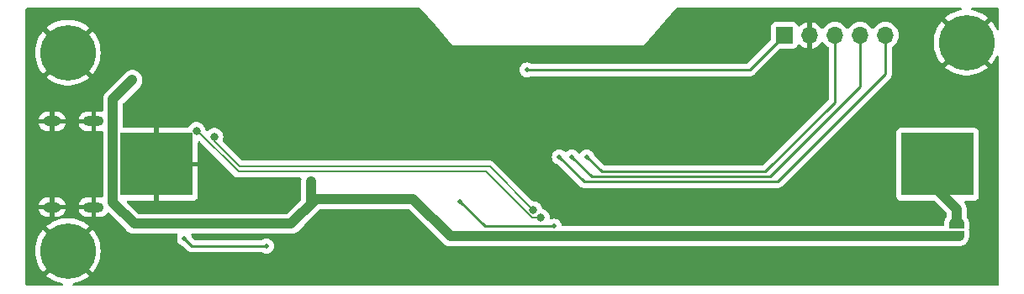
<source format=gbr>
%TF.GenerationSoftware,KiCad,Pcbnew,8.0.8*%
%TF.CreationDate,2025-04-24T21:45:02+02:00*%
%TF.ProjectId,LD2420_Radar_ESP32,4c443234-3230-45f5-9261-6461725f4553,rev?*%
%TF.SameCoordinates,Original*%
%TF.FileFunction,Copper,L2,Bot*%
%TF.FilePolarity,Positive*%
%FSLAX46Y46*%
G04 Gerber Fmt 4.6, Leading zero omitted, Abs format (unit mm)*
G04 Created by KiCad (PCBNEW 8.0.8) date 2025-04-24 21:45:02*
%MOMM*%
%LPD*%
G01*
G04 APERTURE LIST*
G04 Aperture macros list*
%AMFreePoly0*
4,1,19,0.500000,-0.750000,0.000000,-0.750000,0.000000,-0.744911,-0.071157,-0.744911,-0.207708,-0.704816,-0.327430,-0.627875,-0.420627,-0.520320,-0.479746,-0.390866,-0.500000,-0.250000,-0.500000,0.250000,-0.479746,0.390866,-0.420627,0.520320,-0.327430,0.627875,-0.207708,0.704816,-0.071157,0.744911,0.000000,0.744911,0.000000,0.750000,0.500000,0.750000,0.500000,-0.750000,0.500000,-0.750000,
$1*%
%AMFreePoly1*
4,1,19,0.000000,0.744911,0.071157,0.744911,0.207708,0.704816,0.327430,0.627875,0.420627,0.520320,0.479746,0.390866,0.500000,0.250000,0.500000,-0.250000,0.479746,-0.390866,0.420627,-0.520320,0.327430,-0.627875,0.207708,-0.704816,0.071157,-0.744911,0.000000,-0.744911,0.000000,-0.750000,-0.500000,-0.750000,-0.500000,0.750000,0.000000,0.750000,0.000000,0.744911,0.000000,0.744911,
$1*%
G04 Aperture macros list end*
%TA.AperFunction,ComponentPad*%
%ADD10C,3.600000*%
%TD*%
%TA.AperFunction,ConnectorPad*%
%ADD11C,5.600000*%
%TD*%
%TA.AperFunction,HeatsinkPad*%
%ADD12O,2.100000X1.000000*%
%TD*%
%TA.AperFunction,HeatsinkPad*%
%ADD13O,1.800000X1.000000*%
%TD*%
%TA.AperFunction,ComponentPad*%
%ADD14R,1.700000X1.700000*%
%TD*%
%TA.AperFunction,ComponentPad*%
%ADD15O,1.700000X1.700000*%
%TD*%
%TA.AperFunction,SMDPad,CuDef*%
%ADD16R,7.340000X6.350000*%
%TD*%
%TA.AperFunction,SMDPad,CuDef*%
%ADD17FreePoly0,90.000000*%
%TD*%
%TA.AperFunction,SMDPad,CuDef*%
%ADD18FreePoly1,90.000000*%
%TD*%
%TA.AperFunction,ViaPad*%
%ADD19C,0.800000*%
%TD*%
%TA.AperFunction,ViaPad*%
%ADD20C,0.500000*%
%TD*%
%TA.AperFunction,ViaPad*%
%ADD21C,0.450000*%
%TD*%
%TA.AperFunction,ViaPad*%
%ADD22C,0.600000*%
%TD*%
%TA.AperFunction,ViaPad*%
%ADD23C,0.350000*%
%TD*%
%TA.AperFunction,ViaPad*%
%ADD24C,0.750000*%
%TD*%
%TA.AperFunction,Conductor*%
%ADD25C,0.250000*%
%TD*%
%TA.AperFunction,Conductor*%
%ADD26C,1.000000*%
%TD*%
%TA.AperFunction,Conductor*%
%ADD27C,0.200000*%
%TD*%
%ADD28C,0.350000*%
%ADD29C,0.300000*%
%ADD30C,0.200000*%
%ADD31O,1.700000X0.600000*%
%ADD32O,1.400000X0.600000*%
G04 APERTURE END LIST*
D10*
%TO.P,H2,1,1*%
%TO.N,GND*%
X222000000Y-101750000D03*
D11*
X222000000Y-101750000D03*
%TD*%
D10*
%TO.P,H1,1,1*%
%TO.N,GND*%
X131500000Y-102750000D03*
D11*
X131500000Y-102750000D03*
%TD*%
D12*
%TO.P,USB_C1,S1,SHIELD*%
%TO.N,GND*%
X134105000Y-109680000D03*
D13*
X129925000Y-109680000D03*
D12*
X134105000Y-118320000D03*
D13*
X129925000Y-118320000D03*
%TD*%
D10*
%TO.P,H3,1,1*%
%TO.N,GND*%
X131500000Y-122750000D03*
D11*
X131500000Y-122750000D03*
%TD*%
D14*
%TO.P,LD2420,1,Pin_1*%
%TO.N,+3.3V*%
X203675000Y-101000000D03*
D15*
%TO.P,LD2420,2,Pin_2*%
%TO.N,GND*%
X206215000Y-101000000D03*
%TO.P,LD2420,3,Pin_3*%
%TO.N,LD2420_TX*%
X208755000Y-101000000D03*
%TO.P,LD2420,4,Pin_4*%
%TO.N,LD2420_RX*%
X211295000Y-101000000D03*
%TO.P,LD2420,5,Pin_5*%
%TO.N,LD2420_DETECTION_PIN*%
X213835000Y-101000000D03*
%TD*%
D16*
%TO.P,BT1,1,+*%
%TO.N,Net-(BT1-+)*%
X219080000Y-114000000D03*
%TO.P,BT1,2,-*%
%TO.N,GND*%
X140420000Y-114000000D03*
%TD*%
D17*
%TO.P,JP1,1,A*%
%TO.N,VBATT*%
X221000000Y-121250000D03*
D18*
%TO.P,JP1,2,B*%
%TO.N,Net-(BT1-+)*%
X221000000Y-119950000D03*
%TD*%
D19*
%TO.N,GND*%
X168650000Y-104500000D03*
D20*
%TO.N,+3.3V*%
X177750000Y-104500000D03*
D21*
%TO.N,GND*%
X197250000Y-112250000D03*
X222250000Y-107250000D03*
D20*
X147275000Y-117135000D03*
D21*
X192250000Y-117250000D03*
X172250000Y-123250000D03*
X175250000Y-111250000D03*
X164250000Y-106250000D03*
X139250000Y-122250000D03*
X155250000Y-123250000D03*
X136250000Y-122250000D03*
X184250000Y-111250000D03*
X170250000Y-111250000D03*
X158250000Y-101250000D03*
X208250000Y-116250000D03*
X184250000Y-106250000D03*
X216250000Y-123250000D03*
X156250000Y-110250000D03*
X160250000Y-122250000D03*
X207250000Y-123250000D03*
X211250000Y-116250000D03*
D19*
X149075000Y-108750000D03*
D21*
X160250000Y-107250000D03*
X192250000Y-113250000D03*
X132250000Y-114250000D03*
X211250000Y-117250000D03*
X156250000Y-102250000D03*
X220250000Y-123250000D03*
X221250000Y-109250000D03*
X148250000Y-101250000D03*
X211250000Y-113250000D03*
X215250000Y-119250000D03*
D19*
X149750000Y-116500000D03*
D22*
X158120000Y-120675000D03*
D21*
X184250000Y-108250000D03*
X200250000Y-110250000D03*
X209250000Y-115250000D03*
X176250000Y-112250000D03*
X168250000Y-123250000D03*
X162250000Y-111250000D03*
X200250000Y-106250000D03*
X157250000Y-110250000D03*
X146787500Y-105500000D03*
X208250000Y-114250000D03*
X152250000Y-101250000D03*
X212250000Y-110250000D03*
X191250000Y-118250000D03*
X208250000Y-117250000D03*
D23*
X139500000Y-113500000D03*
D21*
X213250000Y-112250000D03*
X210250000Y-115250000D03*
X218250000Y-106250000D03*
X161250000Y-123250000D03*
X221250000Y-107250000D03*
X160250000Y-108250000D03*
X130250000Y-115250000D03*
X222250000Y-108250000D03*
X161250000Y-111250000D03*
X157250000Y-102250000D03*
X211250000Y-123250000D03*
X210250000Y-118250000D03*
X199250000Y-111250000D03*
D23*
X138750000Y-113500000D03*
D21*
X193250000Y-101250000D03*
X160250000Y-110250000D03*
X166250000Y-123250000D03*
X222250000Y-109250000D03*
X162250000Y-105250000D03*
X154250000Y-110250000D03*
X163250000Y-105250000D03*
X213250000Y-113250000D03*
X213250000Y-116250000D03*
X131250000Y-112250000D03*
X155250000Y-101250000D03*
X155250000Y-122250000D03*
X137250000Y-122250000D03*
X179250000Y-106250000D03*
X140250000Y-104250000D03*
X176250000Y-109250000D03*
X211250000Y-111250000D03*
X219250000Y-123250000D03*
X138250000Y-123250000D03*
X167250000Y-123250000D03*
X131250000Y-107250000D03*
X201250000Y-107250000D03*
X211250000Y-118250000D03*
X222250000Y-123250000D03*
X216250000Y-101250000D03*
X176250000Y-108250000D03*
X190250000Y-113250000D03*
X209250000Y-123250000D03*
X191250000Y-117250000D03*
X212250000Y-118250000D03*
X163250000Y-106250000D03*
X209250000Y-116250000D03*
X212250000Y-116250000D03*
X218250000Y-109250000D03*
X211250000Y-112250000D03*
X216250000Y-103250000D03*
X190250000Y-118250000D03*
X217250000Y-123250000D03*
X200250000Y-107250000D03*
X198250000Y-113250000D03*
X215250000Y-109250000D03*
X137250000Y-123250000D03*
X194250000Y-117250000D03*
X197250000Y-113250000D03*
X189250000Y-117250000D03*
X206250000Y-116250000D03*
X199250000Y-110250000D03*
X207250000Y-115250000D03*
X194250000Y-101250000D03*
X156250000Y-101250000D03*
X209250000Y-119250000D03*
X184250000Y-110250000D03*
X198250000Y-110250000D03*
X151250000Y-101250000D03*
X193250000Y-113250000D03*
X212250000Y-123250000D03*
X220250000Y-107250000D03*
X175250000Y-110250000D03*
X166250000Y-101250000D03*
X212250000Y-114250000D03*
X131250000Y-116250000D03*
X213250000Y-123250000D03*
X160250000Y-109250000D03*
X175250000Y-112250000D03*
X140250000Y-122250000D03*
X131250000Y-115250000D03*
X198250000Y-111250000D03*
X191250000Y-113250000D03*
X213250000Y-115250000D03*
X136250000Y-123250000D03*
X201250000Y-108250000D03*
X175250000Y-108250000D03*
X219250000Y-108250000D03*
X202250000Y-110250000D03*
X212250000Y-112250000D03*
X130250000Y-107250000D03*
X182250000Y-106250000D03*
X193250000Y-117250000D03*
X209250000Y-117250000D03*
X160250000Y-111250000D03*
X220250000Y-108250000D03*
X176250000Y-107250000D03*
X169250000Y-123250000D03*
X213250000Y-111250000D03*
X196250000Y-112250000D03*
X212250000Y-115250000D03*
X202250000Y-109250000D03*
X210250000Y-112250000D03*
X175250000Y-109250000D03*
X216250000Y-109250000D03*
X160250000Y-121250000D03*
X197250000Y-110250000D03*
X217250000Y-119250000D03*
X211250000Y-119250000D03*
X215250000Y-123250000D03*
X193250000Y-102250000D03*
X212250000Y-119250000D03*
X155250000Y-102250000D03*
X217250000Y-101250000D03*
X218250000Y-123250000D03*
X217250000Y-102250000D03*
D22*
X163880000Y-121325000D03*
D21*
X210250000Y-123250000D03*
X197250000Y-111250000D03*
X221250000Y-106250000D03*
X130250000Y-116250000D03*
D22*
X158120000Y-121325000D03*
D21*
X210250000Y-117250000D03*
X210250000Y-113250000D03*
X195250000Y-112250000D03*
X201250000Y-110250000D03*
X189250000Y-112250000D03*
X131250000Y-113250000D03*
X155250000Y-110250000D03*
X149250000Y-101250000D03*
X202250000Y-107250000D03*
X220250000Y-109250000D03*
X194250000Y-113250000D03*
X202250000Y-106250000D03*
X139250000Y-123250000D03*
X219250000Y-107250000D03*
X206250000Y-123250000D03*
X159250000Y-110250000D03*
X201250000Y-106250000D03*
X140250000Y-123250000D03*
X161250000Y-106250000D03*
X218250000Y-107250000D03*
X210250000Y-119250000D03*
X213250000Y-109250000D03*
X213250000Y-117250000D03*
X192250000Y-118250000D03*
X213250000Y-110250000D03*
X163250000Y-101250000D03*
X159250000Y-101250000D03*
X216250000Y-119250000D03*
X160250000Y-123250000D03*
X212250000Y-111250000D03*
X200250000Y-111250000D03*
X184250000Y-107250000D03*
X159250000Y-111250000D03*
X132250000Y-115250000D03*
X158250000Y-110250000D03*
X218250000Y-108250000D03*
X165250000Y-101250000D03*
X180250000Y-106250000D03*
X161250000Y-101250000D03*
X216250000Y-102250000D03*
X181250000Y-106250000D03*
X213250000Y-118250000D03*
X161250000Y-121250000D03*
X192250000Y-102250000D03*
X164250000Y-105250000D03*
D22*
X163880000Y-120675000D03*
D21*
X154250000Y-123250000D03*
X211250000Y-114250000D03*
X165250000Y-107250000D03*
X162250000Y-101250000D03*
X213250000Y-119250000D03*
X207250000Y-116250000D03*
X162250000Y-106250000D03*
X176250000Y-110250000D03*
X199250000Y-112250000D03*
X210250000Y-116250000D03*
X138250000Y-122250000D03*
X214250000Y-119250000D03*
X196250000Y-111250000D03*
X189250000Y-113250000D03*
X217250000Y-109250000D03*
X193250000Y-118250000D03*
X195250000Y-113250000D03*
X184250000Y-109250000D03*
X176250000Y-111250000D03*
X210250000Y-114250000D03*
X130250000Y-114250000D03*
X221250000Y-123250000D03*
X161250000Y-122250000D03*
X190250000Y-117250000D03*
X209250000Y-113250000D03*
X217250000Y-103250000D03*
X183250000Y-106250000D03*
X211250000Y-115250000D03*
X208250000Y-115250000D03*
X220250000Y-106250000D03*
X212250000Y-117250000D03*
X213250000Y-114250000D03*
X215250000Y-103250000D03*
X202250000Y-108250000D03*
X161250000Y-110250000D03*
X212250000Y-113250000D03*
X131250000Y-114250000D03*
X205250000Y-107250000D03*
X208250000Y-123250000D03*
X219250000Y-109250000D03*
X158250000Y-111250000D03*
X130250000Y-113250000D03*
X214250000Y-109250000D03*
X201250000Y-109250000D03*
X166250000Y-122250000D03*
X175250000Y-107250000D03*
X198250000Y-112250000D03*
X222250000Y-106250000D03*
X140250000Y-103250000D03*
X200250000Y-108250000D03*
X209250000Y-114250000D03*
X170250000Y-123250000D03*
X130250000Y-112250000D03*
X214250000Y-123250000D03*
X205250000Y-123250000D03*
X221250000Y-108250000D03*
X164250000Y-101250000D03*
X154250000Y-101250000D03*
X200250000Y-109250000D03*
X209250000Y-118250000D03*
X171250000Y-123250000D03*
X150250000Y-101250000D03*
X219250000Y-106250000D03*
X196250000Y-113250000D03*
X153250000Y-101250000D03*
X194250000Y-118250000D03*
D20*
X147275000Y-114595000D03*
D21*
X157250000Y-101250000D03*
X160250000Y-101250000D03*
D20*
%TO.N,VBATT*%
X156000000Y-115750000D03*
D24*
X166250000Y-117500000D03*
X138000000Y-105500000D03*
X152500000Y-120000000D03*
D20*
%TO.N,LD2420_DETECTION_PIN*%
X181000000Y-113250000D03*
%TO.N,LD2420_RX*%
X182250000Y-113250000D03*
%TO.N,LD2420_TX*%
X183750000Y-113250000D03*
%TO.N,Net-(U1-GPIO9{slash}TOUCH9{slash}ADC1_CH8{slash}FSPIHD{slash}SUBSPIHD)*%
X180500000Y-120250000D03*
X171000000Y-117750000D03*
D19*
%TO.N,USB_D+*%
X179121232Y-119371232D03*
X144461240Y-110650981D03*
%TO.N,USB_D-*%
X178378768Y-118628768D03*
X146250000Y-111250000D03*
D20*
%TO.N,CHRG_LED*%
X143250000Y-121500000D03*
X151500000Y-122250000D03*
%TD*%
D25*
%TO.N,+3.3V*%
X200175000Y-104500000D02*
X203675000Y-101000000D01*
X177750000Y-104500000D02*
X200175000Y-104500000D01*
D26*
%TO.N,VBATT*%
X156000000Y-118000000D02*
X156000000Y-115750000D01*
X152500000Y-120000000D02*
X138175000Y-120000000D01*
X152500000Y-120000000D02*
X154000000Y-120000000D01*
X136050000Y-107450000D02*
X138000000Y-105500000D01*
D25*
X155875000Y-118125000D02*
X156000000Y-118000000D01*
D26*
X136050000Y-117875000D02*
X136050000Y-107450000D01*
X156500000Y-117500000D02*
X166250000Y-117500000D01*
X170009496Y-121259496D02*
X166250000Y-117500000D01*
X154000000Y-120000000D02*
X154500000Y-119500000D01*
X138175000Y-120000000D02*
X136050000Y-117875000D01*
X154500000Y-119500000D02*
X155875000Y-118125000D01*
X221040504Y-121259496D02*
X170009496Y-121259496D01*
X155875000Y-118125000D02*
X156500000Y-117500000D01*
%TO.N,Net-(BT1-+)*%
X221000000Y-119950000D02*
X221000000Y-118500000D01*
X219080000Y-116580000D02*
X219080000Y-114000000D01*
X221000000Y-118500000D02*
X219080000Y-116580000D01*
D25*
%TO.N,LD2420_DETECTION_PIN*%
X213835000Y-104915000D02*
X213835000Y-101000000D01*
X183500000Y-115750000D02*
X203000000Y-115750000D01*
X181000000Y-113250000D02*
X183500000Y-115750000D01*
X203000000Y-115750000D02*
X213835000Y-104915000D01*
%TO.N,LD2420_RX*%
X202250000Y-115250000D02*
X211295000Y-106205000D01*
X182250000Y-113250000D02*
X184250000Y-115250000D01*
X184250000Y-115250000D02*
X202250000Y-115250000D01*
X211295000Y-106205000D02*
X211295000Y-101000000D01*
%TO.N,LD2420_TX*%
X185250000Y-114750000D02*
X201750000Y-114750000D01*
X201750000Y-114750000D02*
X208755000Y-107745000D01*
X208755000Y-107745000D02*
X208755000Y-101000000D01*
X183750000Y-113250000D02*
X185250000Y-114750000D01*
%TO.N,Net-(U1-GPIO9{slash}TOUCH9{slash}ADC1_CH8{slash}FSPIHD{slash}SUBSPIHD)*%
X173500000Y-120250000D02*
X171000000Y-117750000D01*
X180500000Y-120250000D02*
X173500000Y-120250000D01*
D27*
%TO.N,USB_D+*%
X144582782Y-110650981D02*
X144461240Y-110650981D01*
X179121232Y-119371232D02*
X178230277Y-119371232D01*
X170288301Y-114750000D02*
X169099240Y-114750000D01*
X178230277Y-119371232D02*
X173609045Y-114750000D01*
X169099240Y-114750000D02*
X148681801Y-114750000D01*
X173609045Y-114750000D02*
X170288301Y-114750000D01*
X148681801Y-114750000D02*
X144582782Y-110650981D01*
%TO.N,USB_D-*%
X146250000Y-111681801D02*
X148818199Y-114250000D01*
X174000000Y-114250000D02*
X178378768Y-118628768D01*
X146250000Y-111250000D02*
X146250000Y-111681801D01*
X148818199Y-114250000D02*
X174000000Y-114250000D01*
D25*
%TO.N,CHRG_LED*%
X151500000Y-122250000D02*
X144000000Y-122250000D01*
X144000000Y-122250000D02*
X143250000Y-121500000D01*
%TD*%
%TA.AperFunction,Conductor*%
%TO.N,GND*%
G36*
X167010418Y-98269685D02*
G01*
X167037083Y-98292788D01*
X168529328Y-100014609D01*
X170249999Y-101999999D01*
X170250000Y-102000000D01*
X172048638Y-102000000D01*
X172115677Y-102019685D01*
X172136319Y-102036319D01*
X172150000Y-102050000D01*
X187550000Y-102050000D01*
X187563681Y-102036319D01*
X187625004Y-102002834D01*
X187651362Y-102000000D01*
X189500000Y-102000000D01*
X192712916Y-98292788D01*
X192771697Y-98255020D01*
X192806621Y-98250000D01*
X221409549Y-98250000D01*
X221476588Y-98269685D01*
X221522343Y-98322489D01*
X221532287Y-98391647D01*
X221503262Y-98455203D01*
X221444484Y-98492977D01*
X221436206Y-98495101D01*
X221115855Y-98565616D01*
X220776744Y-98679876D01*
X220776739Y-98679877D01*
X220451990Y-98830123D01*
X220145370Y-99014609D01*
X220145367Y-99014611D01*
X219860491Y-99231166D01*
X219847256Y-99243703D01*
X219847255Y-99243703D01*
X221059301Y-100455748D01*
X220957670Y-100529588D01*
X220779588Y-100707670D01*
X220705748Y-100809300D01*
X219496442Y-99599994D01*
X219496441Y-99599995D01*
X219369040Y-99749983D01*
X219369033Y-99749993D01*
X219168218Y-100046172D01*
X219000606Y-100362322D01*
X219000597Y-100362340D01*
X218868149Y-100694760D01*
X218868147Y-100694767D01*
X218772421Y-101039542D01*
X218772415Y-101039568D01*
X218714527Y-101392668D01*
X218714526Y-101392685D01*
X218695153Y-101749997D01*
X218695153Y-101750002D01*
X218714526Y-102107314D01*
X218714527Y-102107331D01*
X218772415Y-102460431D01*
X218772421Y-102460457D01*
X218868147Y-102805232D01*
X218868149Y-102805239D01*
X219000597Y-103137659D01*
X219000606Y-103137677D01*
X219168218Y-103453827D01*
X219369033Y-103750007D01*
X219496441Y-103900003D01*
X219496442Y-103900004D01*
X220705748Y-102690698D01*
X220779588Y-102792330D01*
X220957670Y-102970412D01*
X221059300Y-103044251D01*
X219847255Y-104256295D01*
X219847256Y-104256296D01*
X219860485Y-104268828D01*
X219860486Y-104268829D01*
X220145367Y-104485388D01*
X220145370Y-104485390D01*
X220451990Y-104669876D01*
X220776739Y-104820122D01*
X220776744Y-104820123D01*
X221115855Y-104934383D01*
X221465339Y-105011311D01*
X221821075Y-105049999D01*
X221821085Y-105050000D01*
X222178915Y-105050000D01*
X222178924Y-105049999D01*
X222534660Y-105011311D01*
X222884144Y-104934383D01*
X223223255Y-104820123D01*
X223223260Y-104820122D01*
X223548009Y-104669876D01*
X223854629Y-104485390D01*
X223854632Y-104485388D01*
X224139504Y-104268836D01*
X224152742Y-104256294D01*
X222940698Y-103044251D01*
X223042330Y-102970412D01*
X223220412Y-102792330D01*
X223294251Y-102690698D01*
X224503556Y-103900003D01*
X224630964Y-103750008D01*
X224630975Y-103749994D01*
X224831781Y-103453827D01*
X224999393Y-103137677D01*
X224999397Y-103137668D01*
X225010806Y-103109036D01*
X225053906Y-103054043D01*
X225119895Y-103031082D01*
X225187823Y-103047443D01*
X225236122Y-103097930D01*
X225250000Y-103154932D01*
X225250000Y-126126000D01*
X225230315Y-126193039D01*
X225177511Y-126238794D01*
X225126000Y-126250000D01*
X132090451Y-126250000D01*
X132023412Y-126230315D01*
X131977657Y-126177511D01*
X131967713Y-126108353D01*
X131996738Y-126044797D01*
X132055516Y-126007023D01*
X132063794Y-126004899D01*
X132384144Y-125934383D01*
X132723255Y-125820123D01*
X132723260Y-125820122D01*
X133048009Y-125669876D01*
X133354629Y-125485390D01*
X133354632Y-125485388D01*
X133639504Y-125268836D01*
X133652742Y-125256294D01*
X132440698Y-124044251D01*
X132542330Y-123970412D01*
X132720412Y-123792330D01*
X132794251Y-123690698D01*
X134003556Y-124900003D01*
X134130964Y-124750008D01*
X134130975Y-124749994D01*
X134331781Y-124453827D01*
X134499393Y-124137677D01*
X134499402Y-124137659D01*
X134631850Y-123805239D01*
X134631852Y-123805232D01*
X134727578Y-123460457D01*
X134727584Y-123460431D01*
X134785472Y-123107331D01*
X134785473Y-123107314D01*
X134804847Y-122750002D01*
X134804847Y-122749997D01*
X134785473Y-122392685D01*
X134785472Y-122392668D01*
X134727584Y-122039568D01*
X134727578Y-122039542D01*
X134631852Y-121694767D01*
X134631850Y-121694760D01*
X134499402Y-121362340D01*
X134499393Y-121362322D01*
X134331781Y-121046172D01*
X134130966Y-120749992D01*
X134003557Y-120599995D01*
X134003556Y-120599994D01*
X132794250Y-121809299D01*
X132720412Y-121707670D01*
X132542330Y-121529588D01*
X132440697Y-121455747D01*
X133652743Y-120243703D01*
X133652742Y-120243702D01*
X133639514Y-120231171D01*
X133639513Y-120231170D01*
X133354632Y-120014611D01*
X133354629Y-120014609D01*
X133048009Y-119830123D01*
X132723260Y-119679877D01*
X132723255Y-119679876D01*
X132384144Y-119565616D01*
X132034660Y-119488688D01*
X131678924Y-119450000D01*
X131321075Y-119450000D01*
X130965339Y-119488688D01*
X130615855Y-119565616D01*
X130276744Y-119679876D01*
X130276739Y-119679877D01*
X129951990Y-119830123D01*
X129645370Y-120014609D01*
X129645367Y-120014611D01*
X129360491Y-120231166D01*
X129347256Y-120243703D01*
X129347255Y-120243703D01*
X130559301Y-121455748D01*
X130457670Y-121529588D01*
X130279588Y-121707670D01*
X130205748Y-121809301D01*
X128996442Y-120599994D01*
X128996441Y-120599995D01*
X128869040Y-120749983D01*
X128869033Y-120749993D01*
X128668218Y-121046172D01*
X128500606Y-121362322D01*
X128500597Y-121362340D01*
X128368149Y-121694760D01*
X128368147Y-121694767D01*
X128272421Y-122039542D01*
X128272415Y-122039568D01*
X128214527Y-122392668D01*
X128214526Y-122392685D01*
X128195153Y-122749997D01*
X128195153Y-122750002D01*
X128214526Y-123107314D01*
X128214527Y-123107331D01*
X128272415Y-123460431D01*
X128272421Y-123460457D01*
X128368147Y-123805232D01*
X128368149Y-123805239D01*
X128500597Y-124137659D01*
X128500606Y-124137677D01*
X128668218Y-124453827D01*
X128869033Y-124750007D01*
X128996441Y-124900003D01*
X128996442Y-124900004D01*
X130205747Y-123690698D01*
X130279588Y-123792330D01*
X130457670Y-123970412D01*
X130559300Y-124044251D01*
X129347255Y-125256295D01*
X129347256Y-125256296D01*
X129360485Y-125268828D01*
X129360486Y-125268829D01*
X129645367Y-125485388D01*
X129645370Y-125485390D01*
X129951990Y-125669876D01*
X130276739Y-125820122D01*
X130276744Y-125820123D01*
X130615855Y-125934383D01*
X130936206Y-126004899D01*
X130997446Y-126038535D01*
X131030780Y-126099940D01*
X131025624Y-126169620D01*
X130983615Y-126225450D01*
X130918090Y-126249705D01*
X130909549Y-126250000D01*
X127374000Y-126250000D01*
X127306961Y-126230315D01*
X127261206Y-126177511D01*
X127250000Y-126126000D01*
X127250000Y-118070000D01*
X128555138Y-118070000D01*
X129358012Y-118070000D01*
X129340795Y-118079940D01*
X129284940Y-118135795D01*
X129245444Y-118204204D01*
X129225000Y-118280504D01*
X129225000Y-118359496D01*
X129245444Y-118435796D01*
X129284940Y-118504205D01*
X129340795Y-118560060D01*
X129358012Y-118570000D01*
X128555138Y-118570000D01*
X128563430Y-118611690D01*
X128563430Y-118611692D01*
X128638807Y-118793671D01*
X128638814Y-118793684D01*
X128748248Y-118957462D01*
X128748251Y-118957466D01*
X128887533Y-119096748D01*
X128887537Y-119096751D01*
X129051315Y-119206185D01*
X129051328Y-119206192D01*
X129233306Y-119281569D01*
X129233318Y-119281572D01*
X129426504Y-119319999D01*
X129426508Y-119320000D01*
X129675000Y-119320000D01*
X129675000Y-118620000D01*
X130175000Y-118620000D01*
X130175000Y-119320000D01*
X130423492Y-119320000D01*
X130423495Y-119319999D01*
X130616681Y-119281572D01*
X130616693Y-119281569D01*
X130798671Y-119206192D01*
X130798684Y-119206185D01*
X130962462Y-119096751D01*
X130962466Y-119096748D01*
X131101748Y-118957466D01*
X131101751Y-118957462D01*
X131211185Y-118793684D01*
X131211192Y-118793671D01*
X131286569Y-118611692D01*
X131286569Y-118611690D01*
X131294862Y-118570000D01*
X130491988Y-118570000D01*
X130509205Y-118560060D01*
X130565060Y-118504205D01*
X130604556Y-118435796D01*
X130625000Y-118359496D01*
X130625000Y-118280504D01*
X130604556Y-118204204D01*
X130565060Y-118135795D01*
X130509205Y-118079940D01*
X130491988Y-118070000D01*
X131294862Y-118070000D01*
X131286569Y-118028309D01*
X131286569Y-118028307D01*
X131211192Y-117846328D01*
X131211185Y-117846315D01*
X131101751Y-117682537D01*
X131101748Y-117682533D01*
X130962466Y-117543251D01*
X130962462Y-117543248D01*
X130798684Y-117433814D01*
X130798671Y-117433807D01*
X130616693Y-117358430D01*
X130616681Y-117358427D01*
X130423495Y-117320000D01*
X130175000Y-117320000D01*
X130175000Y-118020000D01*
X129675000Y-118020000D01*
X129675000Y-117320000D01*
X129426504Y-117320000D01*
X129233318Y-117358427D01*
X129233306Y-117358430D01*
X129051328Y-117433807D01*
X129051315Y-117433814D01*
X128887537Y-117543248D01*
X128887533Y-117543251D01*
X128748251Y-117682533D01*
X128748248Y-117682537D01*
X128638814Y-117846315D01*
X128638807Y-117846328D01*
X128563430Y-118028307D01*
X128563430Y-118028309D01*
X128555138Y-118070000D01*
X127250000Y-118070000D01*
X127250000Y-109430000D01*
X128555138Y-109430000D01*
X129358012Y-109430000D01*
X129340795Y-109439940D01*
X129284940Y-109495795D01*
X129245444Y-109564204D01*
X129225000Y-109640504D01*
X129225000Y-109719496D01*
X129245444Y-109795796D01*
X129284940Y-109864205D01*
X129340795Y-109920060D01*
X129358012Y-109930000D01*
X128555138Y-109930000D01*
X128563430Y-109971690D01*
X128563430Y-109971692D01*
X128638807Y-110153671D01*
X128638814Y-110153684D01*
X128748248Y-110317462D01*
X128748251Y-110317466D01*
X128887533Y-110456748D01*
X128887537Y-110456751D01*
X129051315Y-110566185D01*
X129051328Y-110566192D01*
X129233306Y-110641569D01*
X129233318Y-110641572D01*
X129426504Y-110679999D01*
X129426508Y-110680000D01*
X129675000Y-110680000D01*
X129675000Y-109980000D01*
X130175000Y-109980000D01*
X130175000Y-110680000D01*
X130423492Y-110680000D01*
X130423495Y-110679999D01*
X130616681Y-110641572D01*
X130616693Y-110641569D01*
X130798671Y-110566192D01*
X130798684Y-110566185D01*
X130962462Y-110456751D01*
X130962466Y-110456748D01*
X131101748Y-110317466D01*
X131101751Y-110317462D01*
X131211185Y-110153684D01*
X131211192Y-110153671D01*
X131286569Y-109971692D01*
X131286569Y-109971690D01*
X131294862Y-109930000D01*
X130491988Y-109930000D01*
X130509205Y-109920060D01*
X130565060Y-109864205D01*
X130604556Y-109795796D01*
X130625000Y-109719496D01*
X130625000Y-109640504D01*
X130604556Y-109564204D01*
X130565060Y-109495795D01*
X130509205Y-109439940D01*
X130491988Y-109430000D01*
X131294862Y-109430000D01*
X132585138Y-109430000D01*
X133388012Y-109430000D01*
X133370795Y-109439940D01*
X133314940Y-109495795D01*
X133275444Y-109564204D01*
X133255000Y-109640504D01*
X133255000Y-109719496D01*
X133275444Y-109795796D01*
X133314940Y-109864205D01*
X133370795Y-109920060D01*
X133388012Y-109930000D01*
X132585138Y-109930000D01*
X132593430Y-109971690D01*
X132593430Y-109971692D01*
X132668807Y-110153671D01*
X132668814Y-110153684D01*
X132778248Y-110317462D01*
X132778251Y-110317466D01*
X132917533Y-110456748D01*
X132917537Y-110456751D01*
X133081315Y-110566185D01*
X133081328Y-110566192D01*
X133263306Y-110641569D01*
X133263318Y-110641572D01*
X133456504Y-110679999D01*
X133456508Y-110680000D01*
X133855000Y-110680000D01*
X133855000Y-109980000D01*
X134355000Y-109980000D01*
X134355000Y-110680000D01*
X134753492Y-110680000D01*
X134753495Y-110679999D01*
X134901309Y-110650598D01*
X134970901Y-110656825D01*
X135026078Y-110699688D01*
X135049322Y-110765578D01*
X135049500Y-110772215D01*
X135049500Y-117227785D01*
X135029815Y-117294824D01*
X134977011Y-117340579D01*
X134907853Y-117350523D01*
X134901309Y-117349402D01*
X134753495Y-117320000D01*
X134355000Y-117320000D01*
X134355000Y-118020000D01*
X133855000Y-118020000D01*
X133855000Y-117320000D01*
X133456504Y-117320000D01*
X133263318Y-117358427D01*
X133263306Y-117358430D01*
X133081328Y-117433807D01*
X133081315Y-117433814D01*
X132917537Y-117543248D01*
X132917533Y-117543251D01*
X132778251Y-117682533D01*
X132778248Y-117682537D01*
X132668814Y-117846315D01*
X132668807Y-117846328D01*
X132593430Y-118028307D01*
X132593430Y-118028309D01*
X132585138Y-118070000D01*
X133388012Y-118070000D01*
X133370795Y-118079940D01*
X133314940Y-118135795D01*
X133275444Y-118204204D01*
X133255000Y-118280504D01*
X133255000Y-118359496D01*
X133275444Y-118435796D01*
X133314940Y-118504205D01*
X133370795Y-118560060D01*
X133388012Y-118570000D01*
X132585138Y-118570000D01*
X132593430Y-118611690D01*
X132593430Y-118611692D01*
X132668807Y-118793671D01*
X132668814Y-118793684D01*
X132778248Y-118957462D01*
X132778251Y-118957466D01*
X132917533Y-119096748D01*
X132917537Y-119096751D01*
X133081315Y-119206185D01*
X133081328Y-119206192D01*
X133263306Y-119281569D01*
X133263318Y-119281572D01*
X133456504Y-119319999D01*
X133456508Y-119320000D01*
X133855000Y-119320000D01*
X133855000Y-118620000D01*
X134355000Y-118620000D01*
X134355000Y-119320000D01*
X134753492Y-119320000D01*
X134753495Y-119319999D01*
X134946681Y-119281572D01*
X134946693Y-119281569D01*
X135128671Y-119206192D01*
X135128684Y-119206185D01*
X135292462Y-119096751D01*
X135292466Y-119096748D01*
X135431749Y-118957465D01*
X135462279Y-118911774D01*
X135515891Y-118866968D01*
X135585216Y-118858261D01*
X135648244Y-118888415D01*
X135653063Y-118892983D01*
X137394735Y-120634655D01*
X137394764Y-120634686D01*
X137537217Y-120777139D01*
X137701080Y-120886628D01*
X137701086Y-120886632D01*
X137817916Y-120935024D01*
X137883164Y-120962051D01*
X137979812Y-120981275D01*
X138028135Y-120990887D01*
X138076458Y-121000500D01*
X138076459Y-121000500D01*
X138076460Y-121000500D01*
X138273540Y-121000500D01*
X142454938Y-121000500D01*
X142521977Y-121020185D01*
X142567732Y-121072989D01*
X142577676Y-121142147D01*
X142570626Y-121165312D01*
X142571844Y-121165738D01*
X142513685Y-121331943D01*
X142494751Y-121499997D01*
X142494751Y-121500002D01*
X142513685Y-121668056D01*
X142569545Y-121827694D01*
X142569547Y-121827697D01*
X142659518Y-121970884D01*
X142659523Y-121970890D01*
X142779109Y-122090476D01*
X142779115Y-122090481D01*
X142922302Y-122180452D01*
X142922307Y-122180455D01*
X142922310Y-122180456D01*
X143081941Y-122236313D01*
X143081944Y-122236313D01*
X143085656Y-122237612D01*
X143132383Y-122266973D01*
X143511016Y-122645606D01*
X143511045Y-122645637D01*
X143601263Y-122735855D01*
X143601267Y-122735858D01*
X143703707Y-122804307D01*
X143703713Y-122804310D01*
X143703714Y-122804311D01*
X143817548Y-122851463D01*
X143847215Y-122857363D01*
X143873980Y-122862688D01*
X143874000Y-122862691D01*
X143874022Y-122862696D01*
X143938391Y-122875499D01*
X143938392Y-122875500D01*
X143938393Y-122875500D01*
X143938394Y-122875500D01*
X151049124Y-122875500D01*
X151115095Y-122894505D01*
X151172310Y-122930456D01*
X151293621Y-122972904D01*
X151331943Y-122986314D01*
X151499997Y-123005249D01*
X151500000Y-123005249D01*
X151500003Y-123005249D01*
X151668056Y-122986314D01*
X151668059Y-122986313D01*
X151827690Y-122930456D01*
X151827692Y-122930454D01*
X151827694Y-122930454D01*
X151827697Y-122930452D01*
X151970884Y-122840481D01*
X151970885Y-122840480D01*
X151970890Y-122840477D01*
X152090477Y-122720890D01*
X152090481Y-122720884D01*
X152180452Y-122577697D01*
X152180454Y-122577694D01*
X152180454Y-122577692D01*
X152180456Y-122577690D01*
X152236313Y-122418059D01*
X152236313Y-122418058D01*
X152236314Y-122418056D01*
X152255249Y-122250002D01*
X152255249Y-122249997D01*
X152236314Y-122081943D01*
X152180454Y-121922305D01*
X152180452Y-121922302D01*
X152090481Y-121779115D01*
X152090476Y-121779109D01*
X151970890Y-121659523D01*
X151970884Y-121659518D01*
X151827697Y-121569547D01*
X151827694Y-121569545D01*
X151668056Y-121513685D01*
X151500003Y-121494751D01*
X151499997Y-121494751D01*
X151331943Y-121513685D01*
X151172307Y-121569545D01*
X151115096Y-121605494D01*
X151049124Y-121624500D01*
X144310452Y-121624500D01*
X144243413Y-121604815D01*
X144222771Y-121588181D01*
X144016973Y-121382383D01*
X143987612Y-121335656D01*
X143986313Y-121331943D01*
X143986313Y-121331941D01*
X143930456Y-121172310D01*
X143930455Y-121172309D01*
X143928156Y-121165737D01*
X143931086Y-121164711D01*
X143922002Y-121109259D01*
X143949777Y-121045148D01*
X144007804Y-121006230D01*
X144045062Y-121000500D01*
X154098542Y-121000500D01*
X154117870Y-120996655D01*
X154195188Y-120981275D01*
X154291836Y-120962051D01*
X154357084Y-120935024D01*
X154473914Y-120886632D01*
X154637782Y-120777139D01*
X154777139Y-120637782D01*
X154777140Y-120637779D01*
X154784206Y-120630714D01*
X154784208Y-120630710D01*
X155277139Y-120137781D01*
X155335698Y-120079222D01*
X155335710Y-120079208D01*
X156652140Y-118762781D01*
X156777139Y-118637782D01*
X156777140Y-118637781D01*
X156777140Y-118637780D01*
X156878103Y-118536818D01*
X156939427Y-118503334D01*
X156965784Y-118500500D01*
X165784218Y-118500500D01*
X165851257Y-118520185D01*
X165871899Y-118536819D01*
X169229231Y-121894151D01*
X169229260Y-121894182D01*
X169371710Y-122036632D01*
X169371714Y-122036635D01*
X169535578Y-122146126D01*
X169535580Y-122146126D01*
X169535582Y-122146128D01*
X169652361Y-122194499D01*
X169717660Y-122221547D01*
X169785469Y-122235035D01*
X169816840Y-122241275D01*
X169910952Y-122259996D01*
X169910955Y-122259996D01*
X221139045Y-122259996D01*
X221149668Y-122257882D01*
X221173860Y-122255500D01*
X221265573Y-122255500D01*
X221265601Y-122255497D01*
X221321940Y-122255497D01*
X221321941Y-122255497D01*
X221450308Y-122237040D01*
X221455479Y-122236297D01*
X221455481Y-122236297D01*
X221461612Y-122235415D01*
X221464256Y-122235035D01*
X221464257Y-122235035D01*
X221602309Y-122194498D01*
X221733094Y-122134770D01*
X221854130Y-122056986D01*
X221962791Y-121962832D01*
X221962794Y-121962829D01*
X222057015Y-121854091D01*
X222134747Y-121733137D01*
X222194517Y-121602259D01*
X222235024Y-121464304D01*
X222255500Y-121321889D01*
X222255500Y-120750000D01*
X222250355Y-120678060D01*
X222239396Y-120640740D01*
X222235636Y-120588158D01*
X222255500Y-120450000D01*
X222255500Y-119878111D01*
X222235024Y-119735696D01*
X222194517Y-119597741D01*
X222134747Y-119466863D01*
X222073288Y-119371231D01*
X222060623Y-119351523D01*
X222059802Y-119350081D01*
X222057014Y-119345906D01*
X222030786Y-119315637D01*
X222001762Y-119252081D01*
X222000500Y-119234435D01*
X222000500Y-118401456D01*
X222000499Y-118401454D01*
X221976440Y-118280504D01*
X221962051Y-118208165D01*
X221953121Y-118186607D01*
X221932897Y-118137781D01*
X221886632Y-118026086D01*
X221781263Y-117868390D01*
X221760385Y-117801712D01*
X221778870Y-117734332D01*
X221830849Y-117687642D01*
X221884365Y-117675499D01*
X222797871Y-117675499D01*
X222797872Y-117675499D01*
X222857483Y-117669091D01*
X222992331Y-117618796D01*
X223107546Y-117532546D01*
X223193796Y-117417331D01*
X223244091Y-117282483D01*
X223250500Y-117222873D01*
X223250499Y-110777128D01*
X223244091Y-110717517D01*
X223237441Y-110699688D01*
X223193797Y-110582671D01*
X223193793Y-110582664D01*
X223107547Y-110467455D01*
X223107544Y-110467452D01*
X222992335Y-110381206D01*
X222992328Y-110381202D01*
X222857482Y-110330908D01*
X222857483Y-110330908D01*
X222797883Y-110324501D01*
X222797881Y-110324500D01*
X222797873Y-110324500D01*
X222797864Y-110324500D01*
X215362129Y-110324500D01*
X215362123Y-110324501D01*
X215302516Y-110330908D01*
X215167671Y-110381202D01*
X215167664Y-110381206D01*
X215052455Y-110467452D01*
X215052452Y-110467455D01*
X214966206Y-110582664D01*
X214966202Y-110582671D01*
X214915908Y-110717517D01*
X214910028Y-110772215D01*
X214909501Y-110777123D01*
X214909500Y-110777135D01*
X214909500Y-117222870D01*
X214909501Y-117222876D01*
X214915908Y-117282483D01*
X214966202Y-117417328D01*
X214966206Y-117417335D01*
X215052452Y-117532544D01*
X215052455Y-117532547D01*
X215167664Y-117618793D01*
X215167671Y-117618797D01*
X215302517Y-117669091D01*
X215302516Y-117669091D01*
X215309444Y-117669835D01*
X215362127Y-117675500D01*
X218709217Y-117675499D01*
X218776256Y-117695184D01*
X218796898Y-117711818D01*
X219963181Y-118878101D01*
X219996666Y-118939424D01*
X219999500Y-118965782D01*
X219999500Y-119234436D01*
X219979815Y-119301475D01*
X219969215Y-119315637D01*
X219942987Y-119345906D01*
X219942982Y-119345912D01*
X219865255Y-119466857D01*
X219865252Y-119466863D01*
X219805483Y-119597741D01*
X219764977Y-119735691D01*
X219764974Y-119735703D01*
X219744500Y-119878110D01*
X219744500Y-120134996D01*
X219724815Y-120202035D01*
X219672011Y-120247790D01*
X219620500Y-120258996D01*
X181367076Y-120258996D01*
X181300037Y-120239311D01*
X181254282Y-120186507D01*
X181243856Y-120148880D01*
X181236314Y-120081943D01*
X181180454Y-119922305D01*
X181180452Y-119922302D01*
X181090481Y-119779115D01*
X181090476Y-119779109D01*
X180970890Y-119659523D01*
X180970884Y-119659518D01*
X180827697Y-119569547D01*
X180827694Y-119569545D01*
X180668056Y-119513685D01*
X180500003Y-119494751D01*
X180499997Y-119494751D01*
X180331942Y-119513686D01*
X180184225Y-119565374D01*
X180114446Y-119568935D01*
X180053819Y-119534206D01*
X180021592Y-119472213D01*
X180019950Y-119435376D01*
X180026692Y-119371232D01*
X180006906Y-119182976D01*
X179948411Y-119002948D01*
X179853765Y-118839016D01*
X179727103Y-118698344D01*
X179727102Y-118698343D01*
X179573966Y-118587083D01*
X179573961Y-118587080D01*
X179401039Y-118510089D01*
X179401034Y-118510087D01*
X179348618Y-118498946D01*
X179287136Y-118465753D01*
X179256469Y-118415975D01*
X179205947Y-118260484D01*
X179111301Y-118096552D01*
X178984639Y-117955880D01*
X178932579Y-117918056D01*
X178831502Y-117844619D01*
X178831497Y-117844616D01*
X178658575Y-117767625D01*
X178658570Y-117767623D01*
X178501943Y-117734332D01*
X178473414Y-117728268D01*
X178473413Y-117728268D01*
X178378865Y-117728268D01*
X178311826Y-117708583D01*
X178291184Y-117691949D01*
X174487590Y-113888355D01*
X174487588Y-113888352D01*
X174368717Y-113769481D01*
X174368716Y-113769480D01*
X174281904Y-113719360D01*
X174281904Y-113719359D01*
X174281900Y-113719358D01*
X174231785Y-113690423D01*
X174079057Y-113649499D01*
X173920943Y-113649499D01*
X173913347Y-113649499D01*
X173913331Y-113649500D01*
X149118296Y-113649500D01*
X149051257Y-113629815D01*
X149030615Y-113613181D01*
X147120742Y-111703308D01*
X147087257Y-111641985D01*
X147090491Y-111577311D01*
X147135674Y-111438256D01*
X147155460Y-111250000D01*
X147135674Y-111061744D01*
X147077179Y-110881716D01*
X146982533Y-110717784D01*
X146855871Y-110577112D01*
X146840841Y-110566192D01*
X146702734Y-110465851D01*
X146702729Y-110465848D01*
X146529807Y-110388857D01*
X146529802Y-110388855D01*
X146384001Y-110357865D01*
X146344646Y-110349500D01*
X146155354Y-110349500D01*
X146122897Y-110356398D01*
X145970197Y-110388855D01*
X145970192Y-110388857D01*
X145797270Y-110465848D01*
X145797265Y-110465851D01*
X145644129Y-110577111D01*
X145644128Y-110577112D01*
X145596065Y-110630491D01*
X145536578Y-110667139D01*
X145466721Y-110665808D01*
X145416235Y-110635199D01*
X145390078Y-110609042D01*
X145356593Y-110547719D01*
X145354438Y-110534320D01*
X145347242Y-110465851D01*
X145346914Y-110462725D01*
X145288419Y-110282697D01*
X145193773Y-110118765D01*
X145067111Y-109978093D01*
X145041597Y-109959556D01*
X144913974Y-109866832D01*
X144913969Y-109866829D01*
X144741047Y-109789838D01*
X144741042Y-109789836D01*
X144595241Y-109758846D01*
X144555886Y-109750481D01*
X144366594Y-109750481D01*
X144334137Y-109757379D01*
X144181437Y-109789836D01*
X144181432Y-109789838D01*
X144008510Y-109866829D01*
X144008505Y-109866832D01*
X143855369Y-109978092D01*
X143728706Y-110118766D01*
X143645433Y-110263000D01*
X143594866Y-110311215D01*
X143538046Y-110325000D01*
X140670000Y-110325000D01*
X140670000Y-113750000D01*
X144590000Y-113750000D01*
X144590000Y-111806796D01*
X144609685Y-111739757D01*
X144662489Y-111694002D01*
X144731647Y-111684058D01*
X144795203Y-111713083D01*
X144801681Y-111719115D01*
X148196940Y-115114374D01*
X148196950Y-115114385D01*
X148201280Y-115118715D01*
X148201281Y-115118716D01*
X148313085Y-115230520D01*
X148397246Y-115279110D01*
X148450016Y-115309577D01*
X148602743Y-115350500D01*
X148602744Y-115350500D01*
X154908270Y-115350500D01*
X154975309Y-115370185D01*
X155021064Y-115422989D01*
X155031008Y-115492147D01*
X155029887Y-115498691D01*
X154999500Y-115651454D01*
X154999500Y-117534217D01*
X154979815Y-117601256D01*
X154963181Y-117621898D01*
X153862219Y-118722861D01*
X153621899Y-118963181D01*
X153560576Y-118996666D01*
X153534218Y-118999500D01*
X138640782Y-118999500D01*
X138573743Y-118979815D01*
X138553101Y-118963181D01*
X137476601Y-117886681D01*
X137443116Y-117825358D01*
X137448100Y-117755666D01*
X137489972Y-117699733D01*
X137555436Y-117675316D01*
X137564282Y-117675000D01*
X140170000Y-117675000D01*
X140670000Y-117675000D01*
X144137828Y-117675000D01*
X144137844Y-117674999D01*
X144197372Y-117668598D01*
X144197379Y-117668596D01*
X144332086Y-117618354D01*
X144332093Y-117618350D01*
X144447187Y-117532190D01*
X144447190Y-117532187D01*
X144533350Y-117417093D01*
X144533354Y-117417086D01*
X144583596Y-117282379D01*
X144583598Y-117282372D01*
X144589999Y-117222844D01*
X144590000Y-117222827D01*
X144590000Y-114250000D01*
X140670000Y-114250000D01*
X140670000Y-117675000D01*
X140170000Y-117675000D01*
X140170000Y-110325000D01*
X137174500Y-110325000D01*
X137107461Y-110305315D01*
X137061706Y-110252511D01*
X137050500Y-110201000D01*
X137050500Y-107915782D01*
X137070185Y-107848743D01*
X137086819Y-107828101D01*
X138777136Y-106137785D01*
X138777136Y-106137784D01*
X138777139Y-106137782D01*
X138886631Y-105973915D01*
X138962051Y-105791836D01*
X139000500Y-105598541D01*
X139000500Y-105401460D01*
X139000500Y-105401457D01*
X139000499Y-105401455D01*
X138983050Y-105313733D01*
X138962051Y-105208165D01*
X138886631Y-105026086D01*
X138886630Y-105026085D01*
X138886627Y-105026079D01*
X138777139Y-104862219D01*
X138777136Y-104862215D01*
X138637784Y-104722863D01*
X138637780Y-104722860D01*
X138473920Y-104613372D01*
X138473911Y-104613367D01*
X138291835Y-104537949D01*
X138291827Y-104537947D01*
X138101042Y-104499997D01*
X176994751Y-104499997D01*
X176994751Y-104500002D01*
X177013685Y-104668056D01*
X177069545Y-104827694D01*
X177069547Y-104827697D01*
X177159518Y-104970884D01*
X177159523Y-104970890D01*
X177279109Y-105090476D01*
X177279115Y-105090481D01*
X177422302Y-105180452D01*
X177422305Y-105180454D01*
X177422309Y-105180455D01*
X177422310Y-105180456D01*
X177494913Y-105205860D01*
X177581943Y-105236314D01*
X177749997Y-105255249D01*
X177750000Y-105255249D01*
X177750003Y-105255249D01*
X177918056Y-105236314D01*
X177918059Y-105236313D01*
X178077690Y-105180456D01*
X178134904Y-105144505D01*
X178200876Y-105125500D01*
X200236608Y-105125500D01*
X200236608Y-105125499D01*
X200300978Y-105112696D01*
X200300979Y-105112696D01*
X200320150Y-105108882D01*
X200357452Y-105101463D01*
X200390792Y-105087652D01*
X200471286Y-105054312D01*
X200522509Y-105020084D01*
X200573733Y-104985858D01*
X200660858Y-104898733D01*
X200660858Y-104898731D01*
X200671066Y-104888524D01*
X200671068Y-104888521D01*
X203172771Y-102386818D01*
X203234094Y-102353333D01*
X203260452Y-102350499D01*
X204572871Y-102350499D01*
X204572872Y-102350499D01*
X204632483Y-102344091D01*
X204767331Y-102293796D01*
X204882546Y-102207546D01*
X204968796Y-102092331D01*
X205018002Y-101960401D01*
X205059872Y-101904468D01*
X205125337Y-101880050D01*
X205193610Y-101894901D01*
X205221865Y-101916053D01*
X205343917Y-102038105D01*
X205537421Y-102173600D01*
X205751507Y-102273429D01*
X205751516Y-102273433D01*
X205965000Y-102330634D01*
X205965000Y-101433012D01*
X206022007Y-101465925D01*
X206149174Y-101500000D01*
X206280826Y-101500000D01*
X206407993Y-101465925D01*
X206465000Y-101433012D01*
X206465000Y-102330633D01*
X206678483Y-102273433D01*
X206678492Y-102273429D01*
X206892578Y-102173600D01*
X207086082Y-102038105D01*
X207253105Y-101871082D01*
X207383119Y-101685405D01*
X207437696Y-101641781D01*
X207507195Y-101634588D01*
X207569549Y-101666110D01*
X207586269Y-101685405D01*
X207592824Y-101694767D01*
X207716505Y-101871401D01*
X207883599Y-102038495D01*
X208076624Y-102173653D01*
X208120248Y-102228228D01*
X208129500Y-102275226D01*
X208129500Y-107434548D01*
X208109815Y-107501587D01*
X208093181Y-107522229D01*
X201527229Y-114088181D01*
X201465906Y-114121666D01*
X201439548Y-114124500D01*
X185560453Y-114124500D01*
X185493414Y-114104815D01*
X185472772Y-114088181D01*
X184516973Y-113132383D01*
X184487612Y-113085656D01*
X184486313Y-113081943D01*
X184486313Y-113081941D01*
X184430456Y-112922310D01*
X184430455Y-112922307D01*
X184430452Y-112922302D01*
X184340481Y-112779115D01*
X184340476Y-112779109D01*
X184220890Y-112659523D01*
X184220884Y-112659518D01*
X184077697Y-112569547D01*
X184077694Y-112569545D01*
X183918056Y-112513685D01*
X183750003Y-112494751D01*
X183749997Y-112494751D01*
X183581943Y-112513685D01*
X183422305Y-112569545D01*
X183422302Y-112569547D01*
X183279115Y-112659518D01*
X183279109Y-112659523D01*
X183159523Y-112779109D01*
X183159521Y-112779112D01*
X183104993Y-112865892D01*
X183052658Y-112912183D01*
X182983605Y-112922830D01*
X182919756Y-112894455D01*
X182895007Y-112865892D01*
X182840478Y-112779112D01*
X182840476Y-112779109D01*
X182720890Y-112659523D01*
X182720884Y-112659518D01*
X182577697Y-112569547D01*
X182577694Y-112569545D01*
X182418056Y-112513685D01*
X182250003Y-112494751D01*
X182249997Y-112494751D01*
X182081943Y-112513685D01*
X181922305Y-112569545D01*
X181922302Y-112569547D01*
X181779115Y-112659518D01*
X181779109Y-112659523D01*
X181712681Y-112725952D01*
X181651358Y-112759437D01*
X181581666Y-112754453D01*
X181537319Y-112725952D01*
X181470890Y-112659523D01*
X181470884Y-112659518D01*
X181327697Y-112569547D01*
X181327694Y-112569545D01*
X181168056Y-112513685D01*
X181000003Y-112494751D01*
X180999997Y-112494751D01*
X180831943Y-112513685D01*
X180672305Y-112569545D01*
X180672302Y-112569547D01*
X180529115Y-112659518D01*
X180529109Y-112659523D01*
X180409523Y-112779109D01*
X180409518Y-112779115D01*
X180319547Y-112922302D01*
X180319545Y-112922305D01*
X180263685Y-113081943D01*
X180244751Y-113249997D01*
X180244751Y-113250002D01*
X180263685Y-113418056D01*
X180319545Y-113577694D01*
X180319547Y-113577697D01*
X180409518Y-113720884D01*
X180409523Y-113720890D01*
X180529109Y-113840476D01*
X180529115Y-113840481D01*
X180672302Y-113930452D01*
X180672307Y-113930455D01*
X180672310Y-113930456D01*
X180831941Y-113986313D01*
X180831944Y-113986313D01*
X180835656Y-113987612D01*
X180882383Y-114016973D01*
X183011016Y-116145606D01*
X183011045Y-116145637D01*
X183101264Y-116235856D01*
X183101267Y-116235858D01*
X183178190Y-116287256D01*
X183203710Y-116304309D01*
X183203712Y-116304310D01*
X183203715Y-116304312D01*
X183270396Y-116331931D01*
X183270398Y-116331933D01*
X183317543Y-116351461D01*
X183317548Y-116351463D01*
X183347215Y-116357363D01*
X183373980Y-116362688D01*
X183374000Y-116362691D01*
X183374022Y-116362696D01*
X183438391Y-116375499D01*
X183438392Y-116375500D01*
X183438393Y-116375500D01*
X203061608Y-116375500D01*
X203061608Y-116375499D01*
X203125978Y-116362696D01*
X203125979Y-116362696D01*
X203145150Y-116358882D01*
X203182452Y-116351463D01*
X203215792Y-116337652D01*
X203296286Y-116304312D01*
X203347509Y-116270084D01*
X203398733Y-116235858D01*
X203485858Y-116148733D01*
X203485859Y-116148731D01*
X203492925Y-116141665D01*
X203492928Y-116141661D01*
X214233729Y-105400860D01*
X214233733Y-105400858D01*
X214320858Y-105313733D01*
X214389311Y-105211286D01*
X214389312Y-105211285D01*
X214389313Y-105211282D01*
X214389315Y-105211279D01*
X214389315Y-105211277D01*
X214390605Y-105208164D01*
X214424845Y-105125500D01*
X214436463Y-105097452D01*
X214460500Y-104976606D01*
X214460500Y-102275226D01*
X214480185Y-102208187D01*
X214513374Y-102173654D01*
X214706401Y-102038495D01*
X214873495Y-101871401D01*
X215009035Y-101677830D01*
X215108903Y-101463663D01*
X215170063Y-101235408D01*
X215190659Y-101000000D01*
X215170063Y-100764592D01*
X215108903Y-100536337D01*
X215009035Y-100322171D01*
X215003731Y-100314595D01*
X214873494Y-100128597D01*
X214706402Y-99961506D01*
X214706395Y-99961501D01*
X214512834Y-99825967D01*
X214512830Y-99825965D01*
X214512828Y-99825964D01*
X214298663Y-99726097D01*
X214298659Y-99726096D01*
X214298655Y-99726094D01*
X214070413Y-99664938D01*
X214070403Y-99664936D01*
X213835001Y-99644341D01*
X213834999Y-99644341D01*
X213599596Y-99664936D01*
X213599586Y-99664938D01*
X213371344Y-99726094D01*
X213371335Y-99726098D01*
X213157171Y-99825964D01*
X213157169Y-99825965D01*
X212963597Y-99961505D01*
X212796505Y-100128597D01*
X212666575Y-100314158D01*
X212611998Y-100357783D01*
X212542500Y-100364977D01*
X212480145Y-100333454D01*
X212463425Y-100314158D01*
X212333494Y-100128597D01*
X212166402Y-99961506D01*
X212166395Y-99961501D01*
X211972834Y-99825967D01*
X211972830Y-99825965D01*
X211972828Y-99825964D01*
X211758663Y-99726097D01*
X211758659Y-99726096D01*
X211758655Y-99726094D01*
X211530413Y-99664938D01*
X211530403Y-99664936D01*
X211295001Y-99644341D01*
X211294999Y-99644341D01*
X211059596Y-99664936D01*
X211059586Y-99664938D01*
X210831344Y-99726094D01*
X210831335Y-99726098D01*
X210617171Y-99825964D01*
X210617169Y-99825965D01*
X210423597Y-99961505D01*
X210256505Y-100128597D01*
X210126575Y-100314158D01*
X210071998Y-100357783D01*
X210002500Y-100364977D01*
X209940145Y-100333454D01*
X209923425Y-100314158D01*
X209793494Y-100128597D01*
X209626402Y-99961506D01*
X209626395Y-99961501D01*
X209432834Y-99825967D01*
X209432830Y-99825965D01*
X209432828Y-99825964D01*
X209218663Y-99726097D01*
X209218659Y-99726096D01*
X209218655Y-99726094D01*
X208990413Y-99664938D01*
X208990403Y-99664936D01*
X208755001Y-99644341D01*
X208754999Y-99644341D01*
X208519596Y-99664936D01*
X208519586Y-99664938D01*
X208291344Y-99726094D01*
X208291335Y-99726098D01*
X208077171Y-99825964D01*
X208077169Y-99825965D01*
X207883597Y-99961505D01*
X207716508Y-100128594D01*
X207586269Y-100314595D01*
X207531692Y-100358219D01*
X207462193Y-100365412D01*
X207399839Y-100333890D01*
X207383119Y-100314594D01*
X207253113Y-100128926D01*
X207253108Y-100128920D01*
X207086082Y-99961894D01*
X206892578Y-99826399D01*
X206678492Y-99726570D01*
X206678486Y-99726567D01*
X206465000Y-99669364D01*
X206465000Y-100566988D01*
X206407993Y-100534075D01*
X206280826Y-100500000D01*
X206149174Y-100500000D01*
X206022007Y-100534075D01*
X205965000Y-100566988D01*
X205965000Y-99669364D01*
X205964999Y-99669364D01*
X205751513Y-99726567D01*
X205751507Y-99726570D01*
X205537422Y-99826399D01*
X205537420Y-99826400D01*
X205343926Y-99961886D01*
X205221865Y-100083947D01*
X205160542Y-100117431D01*
X205090850Y-100112447D01*
X205034917Y-100070575D01*
X205018002Y-100039598D01*
X204968797Y-99907671D01*
X204968793Y-99907664D01*
X204882547Y-99792455D01*
X204882544Y-99792452D01*
X204767335Y-99706206D01*
X204767328Y-99706202D01*
X204632482Y-99655908D01*
X204632483Y-99655908D01*
X204572883Y-99649501D01*
X204572881Y-99649500D01*
X204572873Y-99649500D01*
X204572864Y-99649500D01*
X202777129Y-99649500D01*
X202777123Y-99649501D01*
X202717516Y-99655908D01*
X202582671Y-99706202D01*
X202582664Y-99706206D01*
X202467455Y-99792452D01*
X202467452Y-99792455D01*
X202381206Y-99907664D01*
X202381202Y-99907671D01*
X202330908Y-100042517D01*
X202324501Y-100102116D01*
X202324500Y-100102135D01*
X202324500Y-101414546D01*
X202304815Y-101481585D01*
X202288181Y-101502227D01*
X199952229Y-103838181D01*
X199890906Y-103871666D01*
X199864548Y-103874500D01*
X178200876Y-103874500D01*
X178134904Y-103855494D01*
X178077692Y-103819545D01*
X178077691Y-103819544D01*
X178077690Y-103819544D01*
X178036788Y-103805232D01*
X177918056Y-103763685D01*
X177750003Y-103744751D01*
X177749997Y-103744751D01*
X177581943Y-103763685D01*
X177422305Y-103819545D01*
X177422302Y-103819547D01*
X177279115Y-103909518D01*
X177279109Y-103909523D01*
X177159523Y-104029109D01*
X177159518Y-104029115D01*
X177069547Y-104172302D01*
X177069545Y-104172305D01*
X177013685Y-104331943D01*
X176994751Y-104499997D01*
X138101042Y-104499997D01*
X138098543Y-104499500D01*
X138098540Y-104499500D01*
X137901459Y-104499500D01*
X137901456Y-104499500D01*
X137708171Y-104537947D01*
X137708163Y-104537949D01*
X137526087Y-104613367D01*
X137526078Y-104613372D01*
X137362218Y-104722860D01*
X137362214Y-104722863D01*
X135412220Y-106672859D01*
X135412218Y-106672861D01*
X135342538Y-106742540D01*
X135272859Y-106812219D01*
X135163371Y-106976079D01*
X135163364Y-106976092D01*
X135087950Y-107158160D01*
X135087947Y-107158170D01*
X135049500Y-107351456D01*
X135049500Y-108587785D01*
X135029815Y-108654824D01*
X134977011Y-108700579D01*
X134907853Y-108710523D01*
X134901309Y-108709402D01*
X134753495Y-108680000D01*
X134355000Y-108680000D01*
X134355000Y-109380000D01*
X133855000Y-109380000D01*
X133855000Y-108680000D01*
X133456504Y-108680000D01*
X133263318Y-108718427D01*
X133263306Y-108718430D01*
X133081328Y-108793807D01*
X133081315Y-108793814D01*
X132917537Y-108903248D01*
X132917533Y-108903251D01*
X132778251Y-109042533D01*
X132778248Y-109042537D01*
X132668814Y-109206315D01*
X132668807Y-109206328D01*
X132593430Y-109388307D01*
X132593430Y-109388309D01*
X132585138Y-109430000D01*
X131294862Y-109430000D01*
X131286569Y-109388309D01*
X131286569Y-109388307D01*
X131211192Y-109206328D01*
X131211185Y-109206315D01*
X131101751Y-109042537D01*
X131101748Y-109042533D01*
X130962466Y-108903251D01*
X130962462Y-108903248D01*
X130798684Y-108793814D01*
X130798671Y-108793807D01*
X130616693Y-108718430D01*
X130616681Y-108718427D01*
X130423495Y-108680000D01*
X130175000Y-108680000D01*
X130175000Y-109380000D01*
X129675000Y-109380000D01*
X129675000Y-108680000D01*
X129426504Y-108680000D01*
X129233318Y-108718427D01*
X129233306Y-108718430D01*
X129051328Y-108793807D01*
X129051315Y-108793814D01*
X128887537Y-108903248D01*
X128887533Y-108903251D01*
X128748251Y-109042533D01*
X128748248Y-109042537D01*
X128638814Y-109206315D01*
X128638807Y-109206328D01*
X128563430Y-109388307D01*
X128563430Y-109388309D01*
X128555138Y-109430000D01*
X127250000Y-109430000D01*
X127250000Y-102749997D01*
X128195153Y-102749997D01*
X128195153Y-102750002D01*
X128214526Y-103107314D01*
X128214527Y-103107331D01*
X128272415Y-103460431D01*
X128272421Y-103460457D01*
X128368147Y-103805232D01*
X128368149Y-103805239D01*
X128500597Y-104137659D01*
X128500606Y-104137677D01*
X128668218Y-104453827D01*
X128869033Y-104750007D01*
X128996441Y-104900003D01*
X128996442Y-104900004D01*
X130205747Y-103690698D01*
X130279588Y-103792330D01*
X130457670Y-103970412D01*
X130559300Y-104044251D01*
X129347255Y-105256295D01*
X129347256Y-105256296D01*
X129360485Y-105268828D01*
X129360486Y-105268829D01*
X129645367Y-105485388D01*
X129645370Y-105485390D01*
X129951990Y-105669876D01*
X130276739Y-105820122D01*
X130276744Y-105820123D01*
X130615855Y-105934383D01*
X130965339Y-106011311D01*
X131321075Y-106049999D01*
X131321085Y-106050000D01*
X131678915Y-106050000D01*
X131678924Y-106049999D01*
X132034660Y-106011311D01*
X132384144Y-105934383D01*
X132723255Y-105820123D01*
X132723260Y-105820122D01*
X133048009Y-105669876D01*
X133354629Y-105485390D01*
X133354632Y-105485388D01*
X133639504Y-105268836D01*
X133652742Y-105256294D01*
X132440698Y-104044251D01*
X132542330Y-103970412D01*
X132720412Y-103792330D01*
X132794251Y-103690698D01*
X134003556Y-104900003D01*
X134130964Y-104750008D01*
X134130975Y-104749994D01*
X134331781Y-104453827D01*
X134499393Y-104137677D01*
X134499402Y-104137659D01*
X134631850Y-103805239D01*
X134631852Y-103805232D01*
X134727578Y-103460457D01*
X134727584Y-103460431D01*
X134785472Y-103107331D01*
X134785473Y-103107314D01*
X134804847Y-102750002D01*
X134804847Y-102749997D01*
X134785473Y-102392685D01*
X134785472Y-102392668D01*
X134727584Y-102039568D01*
X134727578Y-102039542D01*
X134631852Y-101694767D01*
X134631850Y-101694760D01*
X134499402Y-101362340D01*
X134499393Y-101362322D01*
X134331781Y-101046172D01*
X134130966Y-100749992D01*
X134003557Y-100599995D01*
X134003556Y-100599994D01*
X132794250Y-101809299D01*
X132720412Y-101707670D01*
X132542330Y-101529588D01*
X132440697Y-101455747D01*
X133652743Y-100243703D01*
X133652742Y-100243702D01*
X133639514Y-100231171D01*
X133639513Y-100231170D01*
X133354632Y-100014611D01*
X133354629Y-100014609D01*
X133048009Y-99830123D01*
X132723260Y-99679877D01*
X132723255Y-99679876D01*
X132384144Y-99565616D01*
X132034660Y-99488688D01*
X131678924Y-99450000D01*
X131321075Y-99450000D01*
X130965339Y-99488688D01*
X130615855Y-99565616D01*
X130276744Y-99679876D01*
X130276739Y-99679877D01*
X129951990Y-99830123D01*
X129645370Y-100014609D01*
X129645367Y-100014611D01*
X129360491Y-100231166D01*
X129347256Y-100243703D01*
X129347255Y-100243703D01*
X130559301Y-101455748D01*
X130457670Y-101529588D01*
X130279588Y-101707670D01*
X130205748Y-101809301D01*
X128996442Y-100599994D01*
X128996441Y-100599995D01*
X128869040Y-100749983D01*
X128869033Y-100749993D01*
X128668218Y-101046172D01*
X128500606Y-101362322D01*
X128500597Y-101362340D01*
X128368149Y-101694760D01*
X128368147Y-101694767D01*
X128272421Y-102039542D01*
X128272415Y-102039568D01*
X128214527Y-102392668D01*
X128214526Y-102392685D01*
X128195153Y-102749997D01*
X127250000Y-102749997D01*
X127250000Y-98374000D01*
X127269685Y-98306961D01*
X127322489Y-98261206D01*
X127374000Y-98250000D01*
X166943379Y-98250000D01*
X167010418Y-98269685D01*
G37*
%TD.AperFunction*%
%TA.AperFunction,Conductor*%
G36*
X225193039Y-98269685D02*
G01*
X225238794Y-98322489D01*
X225250000Y-98374000D01*
X225250000Y-100345067D01*
X225230315Y-100412106D01*
X225177511Y-100457861D01*
X225108353Y-100467805D01*
X225044797Y-100438780D01*
X225010807Y-100390964D01*
X224999402Y-100362341D01*
X224999393Y-100362322D01*
X224831781Y-100046172D01*
X224630966Y-99749992D01*
X224503557Y-99599995D01*
X224503556Y-99599994D01*
X223294250Y-100809299D01*
X223220412Y-100707670D01*
X223042330Y-100529588D01*
X222940697Y-100455747D01*
X224152743Y-99243703D01*
X224152742Y-99243702D01*
X224139514Y-99231171D01*
X224139513Y-99231170D01*
X223854632Y-99014611D01*
X223854629Y-99014609D01*
X223548009Y-98830123D01*
X223223260Y-98679877D01*
X223223255Y-98679876D01*
X222884144Y-98565616D01*
X222563794Y-98495101D01*
X222502554Y-98461465D01*
X222469220Y-98400060D01*
X222474376Y-98330380D01*
X222516385Y-98274550D01*
X222581910Y-98250295D01*
X222590451Y-98250000D01*
X225126000Y-98250000D01*
X225193039Y-98269685D01*
G37*
%TD.AperFunction*%
%TD*%
D28*
X168650000Y-104500000D03*
D29*
X177750000Y-104500000D03*
D30*
X197250000Y-112250000D03*
X222250000Y-107250000D03*
D29*
X147275000Y-117135000D03*
D30*
X192250000Y-117250000D03*
X172250000Y-123250000D03*
X175250000Y-111250000D03*
X164250000Y-106250000D03*
X139250000Y-122250000D03*
X155250000Y-123250000D03*
X136250000Y-122250000D03*
X184250000Y-111250000D03*
X170250000Y-111250000D03*
X158250000Y-101250000D03*
X208250000Y-116250000D03*
X184250000Y-106250000D03*
X216250000Y-123250000D03*
X156250000Y-110250000D03*
X160250000Y-122250000D03*
X207250000Y-123250000D03*
X211250000Y-116250000D03*
D28*
X149075000Y-108750000D03*
D30*
X160250000Y-107250000D03*
X192250000Y-113250000D03*
X132250000Y-114250000D03*
X211250000Y-117250000D03*
X156250000Y-102250000D03*
X220250000Y-123250000D03*
X221250000Y-109250000D03*
X148250000Y-101250000D03*
X211250000Y-113250000D03*
X215250000Y-119250000D03*
D28*
X149750000Y-116500000D03*
D29*
X158120000Y-120675000D03*
D30*
X184250000Y-108250000D03*
X200250000Y-110250000D03*
X209250000Y-115250000D03*
X176250000Y-112250000D03*
X168250000Y-123250000D03*
X162250000Y-111250000D03*
X200250000Y-106250000D03*
X157250000Y-110250000D03*
D29*
X146787500Y-105500000D03*
D30*
X208250000Y-114250000D03*
X152250000Y-101250000D03*
X212250000Y-110250000D03*
X191250000Y-118250000D03*
X208250000Y-117250000D03*
X139500000Y-113500000D03*
X213250000Y-112250000D03*
X210250000Y-115250000D03*
X218250000Y-106250000D03*
X161250000Y-123250000D03*
X221250000Y-107250000D03*
X160250000Y-108250000D03*
X130250000Y-115250000D03*
X222250000Y-108250000D03*
X161250000Y-111250000D03*
X157250000Y-102250000D03*
X211250000Y-123250000D03*
X210250000Y-118250000D03*
X199250000Y-111250000D03*
X138750000Y-113500000D03*
X193250000Y-101250000D03*
X160250000Y-110250000D03*
X166250000Y-123250000D03*
X222250000Y-109250000D03*
X162250000Y-105250000D03*
X154250000Y-110250000D03*
X163250000Y-105250000D03*
X213250000Y-113250000D03*
X213250000Y-116250000D03*
X131250000Y-112250000D03*
X155250000Y-101250000D03*
X155250000Y-122250000D03*
X137250000Y-122250000D03*
X179250000Y-106250000D03*
X140250000Y-104250000D03*
X176250000Y-109250000D03*
X211250000Y-111250000D03*
X219250000Y-123250000D03*
X138250000Y-123250000D03*
X167250000Y-123250000D03*
X131250000Y-107250000D03*
X201250000Y-107250000D03*
X211250000Y-118250000D03*
X222250000Y-123250000D03*
X216250000Y-101250000D03*
X176250000Y-108250000D03*
X190250000Y-113250000D03*
X209250000Y-123250000D03*
X191250000Y-117250000D03*
X212250000Y-118250000D03*
X163250000Y-106250000D03*
X209250000Y-116250000D03*
X212250000Y-116250000D03*
X218250000Y-109250000D03*
X211250000Y-112250000D03*
X216250000Y-103250000D03*
X190250000Y-118250000D03*
X217250000Y-123250000D03*
X200250000Y-107250000D03*
X198250000Y-113250000D03*
X215250000Y-109250000D03*
X137250000Y-123250000D03*
X194250000Y-117250000D03*
X197250000Y-113250000D03*
X189250000Y-117250000D03*
X206250000Y-116250000D03*
X199250000Y-110250000D03*
X207250000Y-115250000D03*
X194250000Y-101250000D03*
X156250000Y-101250000D03*
X209250000Y-119250000D03*
X184250000Y-110250000D03*
X198250000Y-110250000D03*
X151250000Y-101250000D03*
X193250000Y-113250000D03*
X212250000Y-123250000D03*
X220250000Y-107250000D03*
X175250000Y-110250000D03*
X166250000Y-101250000D03*
X212250000Y-114250000D03*
X131250000Y-116250000D03*
X213250000Y-123250000D03*
X160250000Y-109250000D03*
X175250000Y-112250000D03*
X140250000Y-122250000D03*
X131250000Y-115250000D03*
X198250000Y-111250000D03*
X191250000Y-113250000D03*
X213250000Y-115250000D03*
X136250000Y-123250000D03*
X201250000Y-108250000D03*
X175250000Y-108250000D03*
X219250000Y-108250000D03*
X202250000Y-110250000D03*
X212250000Y-112250000D03*
X130250000Y-107250000D03*
X182250000Y-106250000D03*
X193250000Y-117250000D03*
X209250000Y-117250000D03*
X160250000Y-111250000D03*
X220250000Y-108250000D03*
X176250000Y-107250000D03*
X169250000Y-123250000D03*
X213250000Y-111250000D03*
X196250000Y-112250000D03*
X212250000Y-115250000D03*
X202250000Y-109250000D03*
X210250000Y-112250000D03*
X175250000Y-109250000D03*
X216250000Y-109250000D03*
X160250000Y-121250000D03*
X197250000Y-110250000D03*
X217250000Y-119250000D03*
X211250000Y-119250000D03*
X215250000Y-123250000D03*
X193250000Y-102250000D03*
X212250000Y-119250000D03*
X155250000Y-102250000D03*
X217250000Y-101250000D03*
X218250000Y-123250000D03*
X217250000Y-102250000D03*
D29*
X163880000Y-121325000D03*
D30*
X210250000Y-123250000D03*
X197250000Y-111250000D03*
X221250000Y-106250000D03*
X130250000Y-116250000D03*
D29*
X158120000Y-121325000D03*
D30*
X210250000Y-117250000D03*
X210250000Y-113250000D03*
X195250000Y-112250000D03*
X201250000Y-110250000D03*
X189250000Y-112250000D03*
X131250000Y-113250000D03*
X155250000Y-110250000D03*
X149250000Y-101250000D03*
X202250000Y-107250000D03*
X220250000Y-109250000D03*
X194250000Y-113250000D03*
X202250000Y-106250000D03*
X139250000Y-123250000D03*
X219250000Y-107250000D03*
X206250000Y-123250000D03*
X159250000Y-110250000D03*
X201250000Y-106250000D03*
X140250000Y-123250000D03*
X161250000Y-106250000D03*
X218250000Y-107250000D03*
X210250000Y-119250000D03*
X213250000Y-109250000D03*
X213250000Y-117250000D03*
X192250000Y-118250000D03*
X213250000Y-110250000D03*
X163250000Y-101250000D03*
X159250000Y-101250000D03*
X216250000Y-119250000D03*
X160250000Y-123250000D03*
X212250000Y-111250000D03*
X200250000Y-111250000D03*
X184250000Y-107250000D03*
X159250000Y-111250000D03*
X132250000Y-115250000D03*
X158250000Y-110250000D03*
X218250000Y-108250000D03*
X165250000Y-101250000D03*
X180250000Y-106250000D03*
X161250000Y-101250000D03*
X216250000Y-102250000D03*
X181250000Y-106250000D03*
X213250000Y-118250000D03*
X161250000Y-121250000D03*
X192250000Y-102250000D03*
X164250000Y-105250000D03*
D29*
X163880000Y-120675000D03*
D30*
X154250000Y-123250000D03*
X211250000Y-114250000D03*
X165250000Y-107250000D03*
X162250000Y-101250000D03*
X213250000Y-119250000D03*
X207250000Y-116250000D03*
X162250000Y-106250000D03*
X176250000Y-110250000D03*
X199250000Y-112250000D03*
X210250000Y-116250000D03*
X138250000Y-122250000D03*
X214250000Y-119250000D03*
X196250000Y-111250000D03*
X189250000Y-113250000D03*
X217250000Y-109250000D03*
X193250000Y-118250000D03*
X195250000Y-113250000D03*
X184250000Y-109250000D03*
X176250000Y-111250000D03*
X210250000Y-114250000D03*
X130250000Y-114250000D03*
X221250000Y-123250000D03*
X161250000Y-122250000D03*
X190250000Y-117250000D03*
X209250000Y-113250000D03*
X217250000Y-103250000D03*
X183250000Y-106250000D03*
X211250000Y-115250000D03*
X208250000Y-115250000D03*
X220250000Y-106250000D03*
X212250000Y-117250000D03*
X213250000Y-114250000D03*
X215250000Y-103250000D03*
X202250000Y-108250000D03*
X161250000Y-110250000D03*
X212250000Y-113250000D03*
X131250000Y-114250000D03*
X205250000Y-107250000D03*
X208250000Y-123250000D03*
X219250000Y-109250000D03*
X158250000Y-111250000D03*
X130250000Y-113250000D03*
X214250000Y-109250000D03*
X201250000Y-109250000D03*
X166250000Y-122250000D03*
X175250000Y-107250000D03*
X198250000Y-112250000D03*
X222250000Y-106250000D03*
X140250000Y-103250000D03*
X200250000Y-108250000D03*
X209250000Y-114250000D03*
X170250000Y-123250000D03*
X130250000Y-112250000D03*
X214250000Y-123250000D03*
X205250000Y-123250000D03*
X221250000Y-108250000D03*
X164250000Y-101250000D03*
X154250000Y-101250000D03*
X200250000Y-109250000D03*
X209250000Y-118250000D03*
X171250000Y-123250000D03*
X150250000Y-101250000D03*
X219250000Y-106250000D03*
X196250000Y-113250000D03*
X153250000Y-101250000D03*
X194250000Y-118250000D03*
D29*
X147275000Y-114595000D03*
D30*
X157250000Y-101250000D03*
X160250000Y-101250000D03*
D29*
X156000000Y-115750000D03*
D28*
X166250000Y-117500000D03*
X138000000Y-105500000D03*
X152500000Y-120000000D03*
D29*
X181000000Y-113250000D03*
X182250000Y-113250000D03*
X183750000Y-113250000D03*
X180500000Y-120250000D03*
X171000000Y-117750000D03*
D28*
X179121232Y-119371232D03*
X144461240Y-110650981D03*
X178378768Y-118628768D03*
X146250000Y-111250000D03*
D29*
X143250000Y-121500000D03*
X151500000Y-122250000D03*
D28*
X222000000Y-101750000D03*
X131500000Y-102750000D03*
X133605000Y-111110000D03*
X133605000Y-116890000D03*
D31*
X134105000Y-109680000D03*
D32*
X129925000Y-109680000D03*
D31*
X134105000Y-118320000D03*
D32*
X129925000Y-118320000D03*
D28*
X131500000Y-122750000D03*
X203675000Y-101000000D03*
X206215000Y-101000000D03*
X208755000Y-101000000D03*
X211295000Y-101000000D03*
X213835000Y-101000000D03*
X215680000Y-106000000D03*
M02*

</source>
